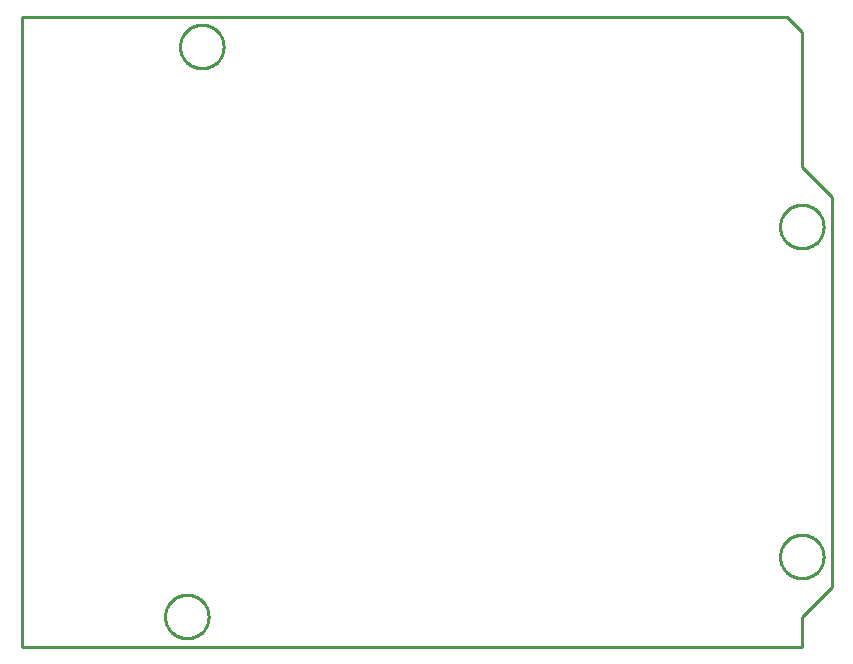
<source format=gbr>
G04 EAGLE Gerber RS-274X export*
G75*
%MOMM*%
%FSLAX34Y34*%
%LPD*%
%IN*%
%IPPOS*%
%AMOC8*
5,1,8,0,0,1.08239X$1,22.5*%
G01*
%ADD10C,0.254000*%


D10*
X215900Y89154D02*
X216154Y88900D01*
X876300Y88900D01*
X876300Y114300D01*
X901700Y139700D01*
X901700Y469900D01*
X876300Y495300D01*
X876300Y609600D01*
X863600Y622300D01*
X215900Y622300D01*
X215900Y89154D01*
X386715Y596297D02*
X386636Y595094D01*
X386479Y593899D01*
X386244Y592716D01*
X385932Y591552D01*
X385544Y590410D01*
X385083Y589296D01*
X384549Y588215D01*
X383946Y587170D01*
X383277Y586168D01*
X382543Y585211D01*
X381748Y584305D01*
X380895Y583452D01*
X379989Y582657D01*
X379032Y581923D01*
X378030Y581254D01*
X376985Y580651D01*
X375904Y580117D01*
X374790Y579656D01*
X373648Y579269D01*
X372484Y578956D01*
X371301Y578721D01*
X370106Y578564D01*
X368903Y578485D01*
X367697Y578485D01*
X366494Y578564D01*
X365299Y578721D01*
X364116Y578956D01*
X362952Y579269D01*
X361810Y579656D01*
X360696Y580117D01*
X359615Y580651D01*
X358570Y581254D01*
X357568Y581923D01*
X356611Y582657D01*
X355705Y583452D01*
X354852Y584305D01*
X354057Y585211D01*
X353323Y586168D01*
X352654Y587170D01*
X352051Y588215D01*
X351517Y589296D01*
X351056Y590410D01*
X350669Y591552D01*
X350356Y592716D01*
X350121Y593899D01*
X349964Y595094D01*
X349885Y596297D01*
X349885Y597503D01*
X349964Y598706D01*
X350121Y599901D01*
X350356Y601084D01*
X350669Y602248D01*
X351056Y603390D01*
X351517Y604504D01*
X352051Y605585D01*
X352654Y606630D01*
X353323Y607632D01*
X354057Y608589D01*
X354852Y609495D01*
X355705Y610348D01*
X356611Y611143D01*
X357568Y611877D01*
X358570Y612546D01*
X359615Y613149D01*
X360696Y613683D01*
X361810Y614144D01*
X362952Y614532D01*
X364116Y614844D01*
X365299Y615079D01*
X366494Y615236D01*
X367697Y615315D01*
X368903Y615315D01*
X370106Y615236D01*
X371301Y615079D01*
X372484Y614844D01*
X373648Y614532D01*
X374790Y614144D01*
X375904Y613683D01*
X376985Y613149D01*
X378030Y612546D01*
X379032Y611877D01*
X379989Y611143D01*
X380895Y610348D01*
X381748Y609495D01*
X382543Y608589D01*
X383277Y607632D01*
X383946Y606630D01*
X384549Y605585D01*
X385083Y604504D01*
X385544Y603390D01*
X385932Y602248D01*
X386244Y601084D01*
X386479Y599901D01*
X386636Y598706D01*
X386715Y597503D01*
X386715Y596297D01*
X374015Y113697D02*
X373936Y112494D01*
X373779Y111299D01*
X373544Y110116D01*
X373232Y108952D01*
X372844Y107810D01*
X372383Y106696D01*
X371849Y105615D01*
X371246Y104570D01*
X370577Y103568D01*
X369843Y102611D01*
X369048Y101705D01*
X368195Y100852D01*
X367289Y100057D01*
X366332Y99323D01*
X365330Y98654D01*
X364285Y98051D01*
X363204Y97517D01*
X362090Y97056D01*
X360948Y96669D01*
X359784Y96356D01*
X358601Y96121D01*
X357406Y95964D01*
X356203Y95885D01*
X354997Y95885D01*
X353794Y95964D01*
X352599Y96121D01*
X351416Y96356D01*
X350252Y96669D01*
X349110Y97056D01*
X347996Y97517D01*
X346915Y98051D01*
X345870Y98654D01*
X344868Y99323D01*
X343911Y100057D01*
X343005Y100852D01*
X342152Y101705D01*
X341357Y102611D01*
X340623Y103568D01*
X339954Y104570D01*
X339351Y105615D01*
X338817Y106696D01*
X338356Y107810D01*
X337969Y108952D01*
X337656Y110116D01*
X337421Y111299D01*
X337264Y112494D01*
X337185Y113697D01*
X337185Y114903D01*
X337264Y116106D01*
X337421Y117301D01*
X337656Y118484D01*
X337969Y119648D01*
X338356Y120790D01*
X338817Y121904D01*
X339351Y122985D01*
X339954Y124030D01*
X340623Y125032D01*
X341357Y125989D01*
X342152Y126895D01*
X343005Y127748D01*
X343911Y128543D01*
X344868Y129277D01*
X345870Y129946D01*
X346915Y130549D01*
X347996Y131083D01*
X349110Y131544D01*
X350252Y131932D01*
X351416Y132244D01*
X352599Y132479D01*
X353794Y132636D01*
X354997Y132715D01*
X356203Y132715D01*
X357406Y132636D01*
X358601Y132479D01*
X359784Y132244D01*
X360948Y131932D01*
X362090Y131544D01*
X363204Y131083D01*
X364285Y130549D01*
X365330Y129946D01*
X366332Y129277D01*
X367289Y128543D01*
X368195Y127748D01*
X369048Y126895D01*
X369843Y125989D01*
X370577Y125032D01*
X371246Y124030D01*
X371849Y122985D01*
X372383Y121904D01*
X372844Y120790D01*
X373232Y119648D01*
X373544Y118484D01*
X373779Y117301D01*
X373936Y116106D01*
X374015Y114903D01*
X374015Y113697D01*
X894715Y164497D02*
X894636Y163294D01*
X894479Y162099D01*
X894244Y160916D01*
X893932Y159752D01*
X893544Y158610D01*
X893083Y157496D01*
X892549Y156415D01*
X891946Y155370D01*
X891277Y154368D01*
X890543Y153411D01*
X889748Y152505D01*
X888895Y151652D01*
X887989Y150857D01*
X887032Y150123D01*
X886030Y149454D01*
X884985Y148851D01*
X883904Y148317D01*
X882790Y147856D01*
X881648Y147469D01*
X880484Y147156D01*
X879301Y146921D01*
X878106Y146764D01*
X876903Y146685D01*
X875697Y146685D01*
X874494Y146764D01*
X873299Y146921D01*
X872116Y147156D01*
X870952Y147469D01*
X869810Y147856D01*
X868696Y148317D01*
X867615Y148851D01*
X866570Y149454D01*
X865568Y150123D01*
X864611Y150857D01*
X863705Y151652D01*
X862852Y152505D01*
X862057Y153411D01*
X861323Y154368D01*
X860654Y155370D01*
X860051Y156415D01*
X859517Y157496D01*
X859056Y158610D01*
X858669Y159752D01*
X858356Y160916D01*
X858121Y162099D01*
X857964Y163294D01*
X857885Y164497D01*
X857885Y165703D01*
X857964Y166906D01*
X858121Y168101D01*
X858356Y169284D01*
X858669Y170448D01*
X859056Y171590D01*
X859517Y172704D01*
X860051Y173785D01*
X860654Y174830D01*
X861323Y175832D01*
X862057Y176789D01*
X862852Y177695D01*
X863705Y178548D01*
X864611Y179343D01*
X865568Y180077D01*
X866570Y180746D01*
X867615Y181349D01*
X868696Y181883D01*
X869810Y182344D01*
X870952Y182732D01*
X872116Y183044D01*
X873299Y183279D01*
X874494Y183436D01*
X875697Y183515D01*
X876903Y183515D01*
X878106Y183436D01*
X879301Y183279D01*
X880484Y183044D01*
X881648Y182732D01*
X882790Y182344D01*
X883904Y181883D01*
X884985Y181349D01*
X886030Y180746D01*
X887032Y180077D01*
X887989Y179343D01*
X888895Y178548D01*
X889748Y177695D01*
X890543Y176789D01*
X891277Y175832D01*
X891946Y174830D01*
X892549Y173785D01*
X893083Y172704D01*
X893544Y171590D01*
X893932Y170448D01*
X894244Y169284D01*
X894479Y168101D01*
X894636Y166906D01*
X894715Y165703D01*
X894715Y164497D01*
X894715Y443897D02*
X894636Y442694D01*
X894479Y441499D01*
X894244Y440316D01*
X893932Y439152D01*
X893544Y438010D01*
X893083Y436896D01*
X892549Y435815D01*
X891946Y434770D01*
X891277Y433768D01*
X890543Y432811D01*
X889748Y431905D01*
X888895Y431052D01*
X887989Y430257D01*
X887032Y429523D01*
X886030Y428854D01*
X884985Y428251D01*
X883904Y427717D01*
X882790Y427256D01*
X881648Y426869D01*
X880484Y426556D01*
X879301Y426321D01*
X878106Y426164D01*
X876903Y426085D01*
X875697Y426085D01*
X874494Y426164D01*
X873299Y426321D01*
X872116Y426556D01*
X870952Y426869D01*
X869810Y427256D01*
X868696Y427717D01*
X867615Y428251D01*
X866570Y428854D01*
X865568Y429523D01*
X864611Y430257D01*
X863705Y431052D01*
X862852Y431905D01*
X862057Y432811D01*
X861323Y433768D01*
X860654Y434770D01*
X860051Y435815D01*
X859517Y436896D01*
X859056Y438010D01*
X858669Y439152D01*
X858356Y440316D01*
X858121Y441499D01*
X857964Y442694D01*
X857885Y443897D01*
X857885Y445103D01*
X857964Y446306D01*
X858121Y447501D01*
X858356Y448684D01*
X858669Y449848D01*
X859056Y450990D01*
X859517Y452104D01*
X860051Y453185D01*
X860654Y454230D01*
X861323Y455232D01*
X862057Y456189D01*
X862852Y457095D01*
X863705Y457948D01*
X864611Y458743D01*
X865568Y459477D01*
X866570Y460146D01*
X867615Y460749D01*
X868696Y461283D01*
X869810Y461744D01*
X870952Y462132D01*
X872116Y462444D01*
X873299Y462679D01*
X874494Y462836D01*
X875697Y462915D01*
X876903Y462915D01*
X878106Y462836D01*
X879301Y462679D01*
X880484Y462444D01*
X881648Y462132D01*
X882790Y461744D01*
X883904Y461283D01*
X884985Y460749D01*
X886030Y460146D01*
X887032Y459477D01*
X887989Y458743D01*
X888895Y457948D01*
X889748Y457095D01*
X890543Y456189D01*
X891277Y455232D01*
X891946Y454230D01*
X892549Y453185D01*
X893083Y452104D01*
X893544Y450990D01*
X893932Y449848D01*
X894244Y448684D01*
X894479Y447501D01*
X894636Y446306D01*
X894715Y445103D01*
X894715Y443897D01*
M02*

</source>
